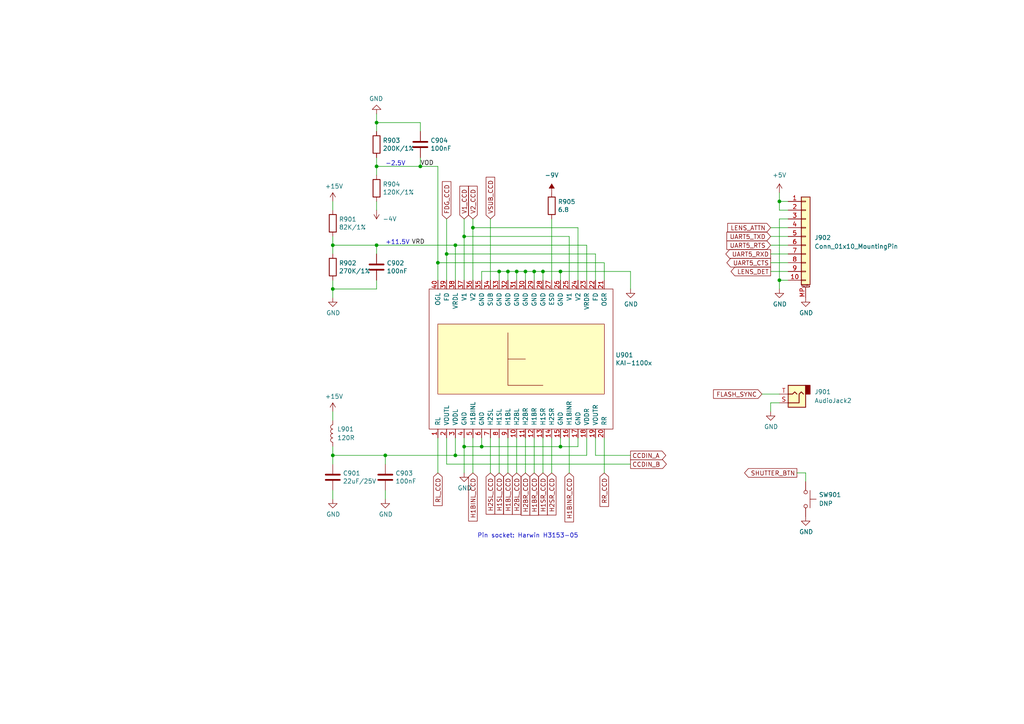
<source format=kicad_sch>
(kicad_sch (version 20211123) (generator eeschema)
  (paper "A4")
  (title_block (title "Sitina 1 Mainboard") (date "2022-04-28") (rev "R0.1") (company "Copyright 2022 Wenting Zhang") (comment 2 "MERCHANTABILITY, SATISFACTORY QUALITY AND FITNESS FOR A PARTICULAR PURPOSE.") (comment 3 "This source is distributed WITHOUT ANY EXPRESS OR IMPLIED WARRANTY, INCLUDING OF") (comment 4 "This source describes Open Hardware and is licensed under the CERN-OHL-P v2."))
  (lib_symbols
    (symbol "Connector:AudioJack2"
      (property "Reference" "J" (at 0 8.89 0))
      (property "Value" "AudioJack2" (at 0 6.35 0))
      (symbol "AudioJack2_0_1"
        (rectangle (start -3.81 0) (end -2.54 -2.54) (stroke (width 0.254)) (fill (type outline)))
        (rectangle (start -2.54 3.81) (end 2.54 -2.54) (stroke (width 0.254)) (fill (type background)))
        (polyline (pts (xy 0 0) (xy 0.635 -0.635) (xy 1.27 0) (xy 2.54 0)) (stroke (width 0.254)))
        (polyline (pts (xy 2.54 2.54) (xy -0.635 2.54) (xy -0.635 0) (xy -1.27 -0.635) (xy -1.905 0)) (stroke (width 0.254)))
      )
      (symbol "AudioJack2_1_1"
        (pin passive line (at 5.08 2.54 180) (length 2.54) (name "~") (number "S"))
        (pin passive line (at 5.08 0 180) (length 2.54) (name "~") (number "T"))
      )
    )
    (symbol "Connector_Generic_MountingPin:Conn_01x10_MountingPin" (pin_names (offset 1.016) hide)
      (property "Reference" "J" (at 0 12.7 0))
      (property "Value" "Conn_01x10_MountingPin" (at 1.27 -15.24 0))
      (symbol "Conn_01x10_MountingPin_1_1"
        (rectangle (start -1.27 -12.573) (end 0 -12.827) (stroke (width 0.1524)))
        (rectangle (start -1.27 -10.033) (end 0 -10.287) (stroke (width 0.1524)))
        (rectangle (start -1.27 -7.493) (end 0 -7.747) (stroke (width 0.1524)))
        (rectangle (start -1.27 -4.953) (end 0 -5.207) (stroke (width 0.1524)))
        (rectangle (start -1.27 -2.413) (end 0 -2.667) (stroke (width 0.1524)))
        (rectangle (start -1.27 0.127) (end 0 -0.127) (stroke (width 0.1524)))
        (rectangle (start -1.27 2.667) (end 0 2.413) (stroke (width 0.1524)))
        (rectangle (start -1.27 5.207) (end 0 4.953) (stroke (width 0.1524)))
        (rectangle (start -1.27 7.747) (end 0 7.493) (stroke (width 0.1524)))
        (rectangle (start -1.27 10.287) (end 0 10.033) (stroke (width 0.1524)))
        (rectangle (start -1.27 11.43) (end 1.27 -13.97) (stroke (width 0.254)) (fill (type background)))
        (polyline (pts (xy -1.016 -14.732) (xy 1.016 -14.732)) (stroke (width 0.1524)))
        (text "Mounting" (at 0 -14.351 0) (effects (font (size 0.381 0.381))))
        (pin passive line (at -5.08 10.16 0) (length 3.81) (name "Pin_1") (number "1"))
        (pin passive line (at -5.08 -12.7 0) (length 3.81) (name "Pin_10") (number "10"))
        (pin passive line (at -5.08 7.62 0) (length 3.81) (name "Pin_2") (number "2"))
        (pin passive line (at -5.08 5.08 0) (length 3.81) (name "Pin_3") (number "3"))
        (pin passive line (at -5.08 2.54 0) (length 3.81) (name "Pin_4") (number "4"))
        (pin passive line (at -5.08 0 0) (length 3.81) (name "Pin_5") (number "5"))
        (pin passive line (at -5.08 -2.54 0) (length 3.81) (name "Pin_6") (number "6"))
        (pin passive line (at -5.08 -5.08 0) (length 3.81) (name "Pin_7") (number "7"))
        (pin passive line (at -5.08 -7.62 0) (length 3.81) (name "Pin_8") (number "8"))
        (pin passive line (at -5.08 -10.16 0) (length 3.81) (name "Pin_9") (number "9"))
        (pin passive line (at 0 -17.78 90) (length 3.048) (name "MountPin") (number "MP"))
      )
    )
    (symbol "Device:C" (pin_numbers hide) (pin_names (offset 0.254))
      (property "Reference" "C" (at 0.635 2.54 0))
      (property "Value" "C" (at 0.635 -2.54 0))
      (symbol "C_0_1"
        (polyline (pts (xy -2.032 -0.762) (xy 2.032 -0.762)) (stroke (width 0.508)))
        (polyline (pts (xy -2.032 0.762) (xy 2.032 0.762)) (stroke (width 0.508)))
      )
      (symbol "C_1_1"
        (pin passive line (at 0 3.81 270) (length 2.794) (name "~") (number "1"))
        (pin passive line (at 0 -3.81 90) (length 2.794) (name "~") (number "2"))
      )
    )
    (symbol "Device:L" (pin_numbers hide) (pin_names (offset 1.016) hide)
      (property "Reference" "L" (at -1.27 0 90))
      (property "Value" "L" (at 1.905 0 90))
      (symbol "L_0_1"
        (arc (start 0 -2.54) (mid 0.635 -1.905) (end 0 -1.27))
        (arc (start 0 -1.27) (mid 0.635 -0.635) (end 0 0))
        (arc (start 0 0) (mid 0.635 0.635) (end 0 1.27))
        (arc (start 0 1.27) (mid 0.635 1.905) (end 0 2.54))
      )
      (symbol "L_1_1"
        (pin passive line (at 0 3.81 270) (length 1.27) (name "1") (number "1"))
        (pin passive line (at 0 -3.81 90) (length 1.27) (name "2") (number "2"))
      )
    )
    (symbol "Device:R" (pin_numbers hide) (pin_names (offset 0))
      (property "Reference" "R" (at 2.032 0 90))
      (property "Value" "R" (at 0 0 90))
      (symbol "R_0_1"
        (rectangle (start -1.016 -2.54) (end 1.016 2.54) (stroke (width 0.254)))
      )
      (symbol "R_1_1"
        (pin passive line (at 0 3.81 270) (length 1.27) (name "~") (number "1"))
        (pin passive line (at 0 -3.81 90) (length 1.27) (name "~") (number "2"))
      )
    )
    (symbol "Sitina:-4V" (power) (pin_names (offset 0))
      (property "Value" "-4V" (at 0 3.556 0))
      (symbol "-4V_0_1"
        (polyline (pts (xy -0.762 1.27) (xy 0 2.54)))
        (polyline (pts (xy 0 0) (xy 0 2.54)))
        (polyline (pts (xy 0 2.54) (xy 0.762 1.27)))
      )
      (symbol "-4V_1_1"
        (pin power_in line (at 0 0 90) (length 0) hide (name "-4V") (number "1"))
      )
    )
    (symbol "Sitina:KAI-1100x" (pin_names (offset 1.016))
      (property "Reference" "U" (at 0 0 0))
      (property "Value" "KAI-1100x" (at 0 -2.54 0))
      (symbol "KAI-1100x_0_1"
        (rectangle (start -22.86 -22.86) (end 25.4 -43.18) (fill (type background)))
        (polyline (pts (xy 2.54 -33.02) (xy -2.54 -33.02)) (fill (type background)))
        (polyline (pts (xy 7.62 -40.64) (xy -2.54 -40.64) (xy -2.54 -25.4)) (fill (type background)))
        (rectangle (start 27.94 -53.34) (end -25.4 -12.7))
      )
      (symbol "KAI-1100x_1_1"
        (pin input line (at -22.86 -55.88 90) (length 2.54) (name "RL") (number "1"))
        (pin input line (at 0 -55.88 90) (length 2.54) (name "H2BL") (number "10"))
        (pin input line (at 2.54 -55.88 90) (length 2.54) (name "H2BR") (number "11"))
        (pin input line (at 5.08 -55.88 90) (length 2.54) (name "H1BR") (number "12"))
        (pin input line (at 7.62 -55.88 90) (length 2.54) (name "H1SR") (number "13"))
        (pin input line (at 10.16 -55.88 90) (length 2.54) (name "H2SR") (number "14"))
        (pin input line (at 12.7 -55.88 90) (length 2.54) (name "GND") (number "15"))
        (pin input line (at 15.24 -55.88 90) (length 2.54) (name "H1BINR") (number "16"))
        (pin input line (at 17.78 -55.88 90) (length 2.54) (name "GND") (number "17"))
        (pin input line (at 20.32 -55.88 90) (length 2.54) (name "VDDR") (number "18"))
        (pin input line (at 22.86 -55.88 90) (length 2.54) (name "VOUTR") (number "19"))
        (pin input line (at -20.32 -55.88 90) (length 2.54) (name "VOUTL") (number "2"))
        (pin input line (at 25.4 -55.88 90) (length 2.54) (name "RR") (number "20"))
        (pin input line (at 25.4 -10.16 270) (length 2.54) (name "OGR") (number "21"))
        (pin input line (at 22.86 -10.16 270) (length 2.54) (name "FD") (number "22"))
        (pin input line (at 20.32 -10.16 270) (length 2.54) (name "VRDR") (number "23"))
        (pin input line (at 17.78 -10.16 270) (length 2.54) (name "V2") (number "24"))
        (pin input line (at 15.24 -10.16 270) (length 2.54) (name "V1") (number "25"))
        (pin input line (at 12.7 -10.16 270) (length 2.54) (name "GND") (number "26"))
        (pin input line (at 10.16 -10.16 270) (length 2.54) (name "ESD") (number "27"))
        (pin input line (at 7.62 -10.16 270) (length 2.54) (name "GND") (number "28"))
        (pin input line (at 5.08 -10.16 270) (length 2.54) (name "GND") (number "29"))
        (pin input line (at -17.78 -55.88 90) (length 2.54) (name "VDDL") (number "3"))
        (pin input line (at 2.54 -10.16 270) (length 2.54) (name "GND") (number "30"))
        (pin input line (at 0 -10.16 270) (length 2.54) (name "GND") (number "31"))
        (pin input line (at -2.54 -10.16 270) (length 2.54) (name "GND") (number "32"))
        (pin input line (at -5.08 -10.16 270) (length 2.54) (name "GND") (number "33"))
        (pin input line (at -7.62 -10.16 270) (length 2.54) (name "SUB") (number "34"))
        (pin input line (at -10.16 -10.16 270) (length 2.54) (name "GND") (number "35"))
        (pin input line (at -12.7 -10.16 270) (length 2.54) (name "V2") (number "36"))
        (pin input line (at -15.24 -10.16 270) (length 2.54) (name "V1") (number "37"))
        (pin input line (at -17.78 -10.16 270) (length 2.54) (name "VRDL") (number "38"))
        (pin input line (at -20.32 -10.16 270) (length 2.54) (name "FD") (number "39"))
        (pin input line (at -15.24 -55.88 90) (length 2.54) (name "GND") (number "4"))
        (pin input line (at -22.86 -10.16 270) (length 2.54) (name "OGL") (number "40"))
        (pin input line (at -12.7 -55.88 90) (length 2.54) (name "H1BINL") (number "5"))
        (pin input line (at -10.16 -55.88 90) (length 2.54) (name "GND") (number "6"))
        (pin input line (at -7.62 -55.88 90) (length 2.54) (name "H2SL") (number "7"))
        (pin input line (at -5.08 -55.88 90) (length 2.54) (name "H1SL") (number "8"))
        (pin input line (at -2.54 -55.88 90) (length 2.54) (name "H1BL") (number "9"))
      )
    )
    (symbol "Switch:SW_Push" (pin_numbers hide) (pin_names (offset 1.016) hide)
      (property "Reference" "SW" (at 1.27 2.54 0))
      (property "Value" "SW_Push" (at 0 -1.524 0))
      (symbol "SW_Push_0_1"
        (circle (center -2.032 0) (radius 0.508))
        (polyline (pts (xy 0 1.27) (xy 0 3.048)))
        (polyline (pts (xy 2.54 1.27) (xy -2.54 1.27)))
        (circle (center 2.032 0) (radius 0.508))
        (pin passive line (at -5.08 0 0) (length 2.54) (name "1") (number "1"))
        (pin passive line (at 5.08 0 180) (length 2.54) (name "2") (number "2"))
      )
    )
    (symbol "power:+15V" (power) (pin_names (offset 0))
      (property "Value" "+15V" (at 0 3.556 0))
      (symbol "+15V_0_1"
        (polyline (pts (xy -0.762 1.27) (xy 0 2.54)))
        (polyline (pts (xy 0 0) (xy 0 2.54)))
        (polyline (pts (xy 0 2.54) (xy 0.762 1.27)))
      )
      (symbol "+15V_1_1"
        (pin power_in line (at 0 0 90) (length 0) hide (name "+15V") (number "1"))
      )
    )
    (symbol "power:+5V" (power) (pin_names (offset 0))
      (property "Value" "+5V" (at 0 3.556 0))
      (symbol "+5V_0_1"
        (polyline (pts (xy -0.762 1.27) (xy 0 2.54)))
        (polyline (pts (xy 0 0) (xy 0 2.54)))
        (polyline (pts (xy 0 2.54) (xy 0.762 1.27)))
      )
      (symbol "+5V_1_1"
        (pin power_in line (at 0 0 90) (length 0) hide (name "+5V") (number "1"))
      )
    )
    (symbol "power:-9V" (power) (pin_names (offset 0))
      (property "Value" "-9V" (at 0 3.81 0))
      (symbol "-9V_0_1"
        (polyline (pts (xy 0 0) (xy 0 2.54)))
        (polyline (pts (xy 0.762 1.27) (xy -0.762 1.27) (xy 0 2.54) (xy 0.762 1.27)) (fill (type outline)))
      )
      (symbol "-9V_1_1"
        (pin power_in line (at 0 0 90) (length 0) hide (name "-9V") (number "1"))
      )
    )
    (symbol "power:GND" (power) (pin_names (offset 0))
      (property "Value" "GND" (at 0 -3.81 0))
      (symbol "GND_0_1"
        (polyline (pts (xy 0 0) (xy 0 -1.27) (xy 1.27 -1.27) (xy 0 -2.54) (xy -1.27 -1.27) (xy 0 -1.27)))
      )
      (symbol "GND_1_1"
        (pin power_in line (at 0 0 270) (length 0) hide (name "GND") (number "1"))
      )
    )
  )
  (junction (at 154.94 78.74) (diameter 0.9144))
  (junction (at 132.08 71.12) (diameter 0.9144))
  (junction (at 129.54 73.66) (diameter 0.9144))
  (junction (at 127 76.2) (diameter 0.9144))
  (junction (at 139.7 129.54) (diameter 0.9144))
  (junction (at 109.22 71.12))
  (junction (at 162.56 78.74) (diameter 0.9144))
  (junction (at 132.08 132.08) (diameter 0.9144))
  (junction (at 109.22 35.56))
  (junction (at 162.56 129.54) (diameter 0.9144))
  (junction (at 109.22 48.26) (diameter 0.9144))
  (junction (at 134.62 129.54) (diameter 0.9144))
  (junction (at 226.06 81.28))
  (junction (at 144.78 78.74) (diameter 0.9144))
  (junction (at 137.16 66.04) (diameter 0.9144))
  (junction (at 96.52 71.12) (diameter 0.9144))
  (junction (at 96.52 83.82))
  (junction (at 149.86 78.74) (diameter 0.9144))
  (junction (at 157.48 78.74) (diameter 0.9144))
  (junction (at 152.4 78.74) (diameter 0.9144))
  (junction (at 134.62 68.58) (diameter 0.9144))
  (junction (at 111.76 132.08))
  (junction (at 226.06 58.42))
  (junction (at 121.92 48.26))
  (junction (at 96.52 132.08))
  (junction (at 147.32 78.74) (diameter 0.9144))
  (wire (pts (xy 157.48 78.74) (xy 154.94 78.74)))
  (wire (pts (xy 226.06 58.42) (xy 228.6 58.42)))
  (wire (pts (xy 137.16 63.5) (xy 137.16 66.04)))
  (wire (pts (xy 226.06 63.5) (xy 226.06 81.28)))
  (wire (pts (xy 142.24 63.5) (xy 142.24 81.28)))
  (wire (pts (xy 223.52 76.2) (xy 228.6 76.2)))
  (wire (pts (xy 228.6 81.28) (xy 226.06 81.28)))
  (wire (pts (xy 121.92 48.26) (xy 127 48.26)))
  (wire (pts (xy 96.52 86.36) (xy 96.52 83.82)))
  (wire (pts (xy 96.52 129.54) (xy 96.52 132.08)))
  (wire (pts (xy 144.78 137.16) (xy 144.78 127)))
  (wire (pts (xy 139.7 129.54) (xy 162.56 129.54)))
  (wire (pts (xy 109.22 35.56) (xy 121.92 35.56)))
  (wire (pts (xy 228.6 60.96) (xy 226.06 60.96)))
  (wire (pts (xy 96.52 142.24) (xy 96.52 144.78)))
  (wire (pts (xy 162.56 127) (xy 162.56 129.54)))
  (wire (pts (xy 226.06 60.96) (xy 226.06 58.42)))
  (wire (pts (xy 223.52 73.66) (xy 228.6 73.66)))
  (wire (pts (xy 170.18 81.28) (xy 170.18 71.12)))
  (wire (pts (xy 142.24 137.16) (xy 142.24 127)))
  (wire (pts (xy 137.16 137.16) (xy 137.16 127)))
  (wire (pts (xy 157.48 78.74) (xy 162.56 78.74)))
  (wire (pts (xy 96.52 81.28) (xy 96.52 83.82)))
  (wire (pts (xy 144.78 81.28) (xy 144.78 78.74)))
  (wire (pts (xy 172.72 132.08) (xy 182.88 132.08)))
  (wire (pts (xy 228.6 63.5) (xy 226.06 63.5)))
  (wire (pts (xy 147.32 137.16) (xy 147.32 127)))
  (wire (pts (xy 129.54 63.5) (xy 129.54 73.66)))
  (wire (pts (xy 149.86 78.74) (xy 147.32 78.74)))
  (wire (pts (xy 167.64 129.54) (xy 167.64 127)))
  (wire (pts (xy 96.52 73.66) (xy 96.52 71.12)))
  (wire (pts (xy 139.7 127) (xy 139.7 129.54)))
  (wire (pts (xy 109.22 50.8) (xy 109.22 48.26)))
  (wire (pts (xy 152.4 81.28) (xy 152.4 78.74)))
  (wire (pts (xy 233.68 137.16) (xy 233.68 139.7)))
  (wire (pts (xy 152.4 78.74) (xy 149.86 78.74)))
  (wire (pts (xy 172.72 127) (xy 172.72 132.08)))
  (wire (pts (xy 231.14 137.16) (xy 233.68 137.16)))
  (wire (pts (xy 109.22 45.72) (xy 109.22 48.26)))
  (wire (pts (xy 182.88 78.74) (xy 182.88 83.82)))
  (wire (pts (xy 223.52 116.84) (xy 223.52 119.38)))
  (wire (pts (xy 162.56 78.74) (xy 182.88 78.74)))
  (wire (pts (xy 147.32 81.28) (xy 147.32 78.74)))
  (wire (pts (xy 223.52 78.74) (xy 228.6 78.74)))
  (wire (pts (xy 170.18 127) (xy 170.18 132.08)))
  (wire (pts (xy 226.06 81.28) (xy 226.06 83.82)))
  (wire (pts (xy 96.52 132.08) (xy 111.76 132.08)))
  (wire (pts (xy 147.32 78.74) (xy 144.78 78.74)))
  (wire (pts (xy 175.26 137.16) (xy 175.26 127)))
  (wire (pts (xy 134.62 129.54) (xy 134.62 137.16)))
  (wire (pts (xy 111.76 142.24) (xy 111.76 144.78)))
  (wire (pts (xy 157.48 137.16) (xy 157.48 127)))
  (wire (pts (xy 172.72 73.66) (xy 172.72 81.28)))
  (wire (pts (xy 127 48.26) (xy 127 76.2)))
  (wire (pts (xy 96.52 71.12) (xy 109.22 71.12)))
  (wire (pts (xy 134.62 129.54) (xy 139.7 129.54)))
  (wire (pts (xy 121.92 45.72) (xy 121.92 48.26)))
  (wire (pts (xy 109.22 73.66) (xy 109.22 71.12)))
  (wire (pts (xy 134.62 63.5) (xy 134.62 68.58)))
  (wire (pts (xy 226.06 55.88) (xy 226.06 58.42)))
  (wire (pts (xy 220.98 114.3) (xy 226.06 114.3)))
  (wire (pts (xy 165.1 68.58) (xy 165.1 81.28)))
  (wire (pts (xy 109.22 60.96) (xy 109.22 58.42)))
  (wire (pts (xy 223.52 68.58) (xy 228.6 68.58)))
  (wire (pts (xy 137.16 66.04) (xy 167.64 66.04)))
  (wire (pts (xy 223.52 71.12) (xy 228.6 71.12)))
  (wire (pts (xy 109.22 71.12) (xy 132.08 71.12)))
  (wire (pts (xy 129.54 73.66) (xy 172.72 73.66)))
  (wire (pts (xy 170.18 71.12) (xy 132.08 71.12)))
  (wire (pts (xy 111.76 132.08) (xy 132.08 132.08)))
  (wire (pts (xy 96.52 132.08) (xy 96.52 134.62)))
  (wire (pts (xy 121.92 38.1) (xy 121.92 35.56)))
  (wire (pts (xy 134.62 127) (xy 134.62 129.54)))
  (wire (pts (xy 109.22 35.56) (xy 109.22 38.1)))
  (wire (pts (xy 167.64 66.04) (xy 167.64 81.28)))
  (wire (pts (xy 165.1 137.16) (xy 165.1 127)))
  (wire (pts (xy 127 76.2) (xy 127 81.28)))
  (wire (pts (xy 137.16 66.04) (xy 137.16 81.28)))
  (wire (pts (xy 154.94 78.74) (xy 152.4 78.74)))
  (wire (pts (xy 132.08 81.28) (xy 132.08 71.12)))
  (wire (pts (xy 162.56 129.54) (xy 167.64 129.54)))
  (wire (pts (xy 109.22 81.28) (xy 109.22 83.82)))
  (wire (pts (xy 132.08 132.08) (xy 132.08 127)))
  (wire (pts (xy 170.18 132.08) (xy 132.08 132.08)))
  (wire (pts (xy 129.54 127) (xy 129.54 134.62)))
  (wire (pts (xy 96.52 83.82) (xy 109.22 83.82)))
  (wire (pts (xy 109.22 33.02) (xy 109.22 35.56)))
  (wire (pts (xy 111.76 132.08) (xy 111.76 134.62)))
  (wire (pts (xy 157.48 81.28) (xy 157.48 78.74)))
  (wire (pts (xy 139.7 78.74) (xy 144.78 78.74)))
  (wire (pts (xy 129.54 134.62) (xy 182.88 134.62)))
  (wire (pts (xy 96.52 119.38) (xy 96.52 121.92)))
  (wire (pts (xy 127 137.16) (xy 127 127)))
  (wire (pts (xy 109.22 48.26) (xy 121.92 48.26)))
  (wire (pts (xy 154.94 137.16) (xy 154.94 127)))
  (wire (pts (xy 129.54 73.66) (xy 129.54 81.28)))
  (wire (pts (xy 152.4 137.16) (xy 152.4 127)))
  (wire (pts (xy 149.86 81.28) (xy 149.86 78.74)))
  (wire (pts (xy 223.52 66.04) (xy 228.6 66.04)))
  (wire (pts (xy 149.86 137.16) (xy 149.86 127)))
  (wire (pts (xy 175.26 76.2) (xy 127 76.2)))
  (wire (pts (xy 160.02 137.16) (xy 160.02 127)))
  (wire (pts (xy 154.94 81.28) (xy 154.94 78.74)))
  (wire (pts (xy 160.02 81.28) (xy 160.02 63.5)))
  (wire (pts (xy 226.06 116.84) (xy 223.52 116.84)))
  (wire (pts (xy 96.52 58.42) (xy 96.52 60.96)))
  (wire (pts (xy 175.26 81.28) (xy 175.26 76.2)))
  (wire (pts (xy 162.56 81.28) (xy 162.56 78.74)))
  (wire (pts (xy 139.7 78.74) (xy 139.7 81.28)))
  (wire (pts (xy 134.62 68.58) (xy 165.1 68.58)))
  (wire (pts (xy 134.62 68.58) (xy 134.62 81.28)))
  (wire (pts (xy 96.52 68.58) (xy 96.52 71.12)))
  (text "+11.5V" (at 111.76 71.12 0) (effects (font (size 1.27 1.27)) (justify left bottom)))
  (text "-2.5V" (at 111.76 48.26 0) (effects (font (size 1.27 1.27)) (justify left bottom)))
  (text "Pin socket: Harwin H3153-05" (at 138.43 156.21 0) (effects (font (size 1.27 1.27)) (justify left bottom)))
  (label "VRD" (at 119.38 71.12 0))
  (label "VOD" (at 121.92 48.26 0))
  (global_label "VSUB_CCD" (shape input) (at 142.24 63.5 90) (property "Intersheet References" "${INTERSHEET_REFS}" (effects hide)))
  (global_label "H2BL_CCD" (shape input) (at 149.86 137.16 270) (property "Intersheet References" "${INTERSHEET_REFS}" (effects hide)))
  (global_label "H1SL_CCD" (shape input) (at 144.78 137.16 270) (property "Intersheet References" "${INTERSHEET_REFS}" (effects hide)))
  (global_label "H1BINR_CCD" (shape input) (at 165.1 137.16 270) (property "Intersheet References" "${INTERSHEET_REFS}" (effects hide)))
  (global_label "UART5_RXD" (shape output) (at 223.52 73.66 180) (property "Intersheet References" "${INTERSHEET_REFS}" (effects hide)))
  (global_label "H1BINL_CCD" (shape input) (at 137.16 137.16 270) (property "Intersheet References" "${INTERSHEET_REFS}" (effects hide)))
  (global_label "H1BL_CCD" (shape input) (at 147.32 137.16 270) (property "Intersheet References" "${INTERSHEET_REFS}" (effects hide)))
  (global_label "RL_CCD" (shape input) (at 127 137.16 270) (property "Intersheet References" "${INTERSHEET_REFS}" (effects hide)))
  (global_label "RR_CCD" (shape input) (at 175.26 137.16 270) (property "Intersheet References" "${INTERSHEET_REFS}" (effects hide)))
  (global_label "H2BR_CCD" (shape input) (at 152.4 137.16 270) (property "Intersheet References" "${INTERSHEET_REFS}" (effects hide)))
  (global_label "LENS_DET" (shape output) (at 223.52 78.74 180) (property "Intersheet References" "${INTERSHEET_REFS}" (effects hide)))
  (global_label "H2SL_CCD" (shape input) (at 142.24 137.16 270) (property "Intersheet References" "${INTERSHEET_REFS}" (effects hide)))
  (global_label "LENS_ATTN" (shape input) (at 223.52 66.04 180) (property "Intersheet References" "${INTERSHEET_REFS}" (effects hide)))
  (global_label "H1SR_CCD" (shape input) (at 157.48 137.16 270) (property "Intersheet References" "${INTERSHEET_REFS}" (effects hide)))
  (global_label "H2SR_CCD" (shape input) (at 160.02 137.16 270) (property "Intersheet References" "${INTERSHEET_REFS}" (effects hide)))
  (global_label "UART5_TXD" (shape input) (at 223.52 68.58 180) (property "Intersheet References" "${INTERSHEET_REFS}" (effects hide)))
  (global_label "UART5_CTS" (shape output) (at 223.52 76.2 180) (property "Intersheet References" "${INTERSHEET_REFS}" (effects hide)))
  (global_label "CCDIN_A" (shape output) (at 182.88 132.08 0) (property "Intersheet References" "${INTERSHEET_REFS}" (effects hide)))
  (global_label "UART5_RTS" (shape input) (at 223.52 71.12 180) (property "Intersheet References" "${INTERSHEET_REFS}" (effects hide)))
  (global_label "CCDIN_B" (shape output) (at 182.88 134.62 0) (property "Intersheet References" "${INTERSHEET_REFS}" (effects hide)))
  (global_label "SHUTTER_BTN" (shape output) (at 231.14 137.16 180) (property "Intersheet References" "${INTERSHEET_REFS}" (effects hide)))
  (global_label "FDG_CCD" (shape input) (at 129.54 63.5 90) (property "Intersheet References" "${INTERSHEET_REFS}" (effects hide)))
  (global_label "V1_CCD" (shape input) (at 134.62 63.5 90) (property "Intersheet References" "${INTERSHEET_REFS}" (effects hide)))
  (global_label "FLASH_SYNC" (shape input) (at 220.98 114.3 180) (property "Intersheet References" "${INTERSHEET_REFS}" (effects hide)))
  (global_label "V2_CCD" (shape input) (at 137.16 63.5 90) (property "Intersheet References" "${INTERSHEET_REFS}" (effects hide)))
  (global_label "H1BR_CCD" (shape input) (at 154.94 137.16 270) (property "Intersheet References" "${INTERSHEET_REFS}" (effects hide)))
  (symbol (lib_id "power:GND") (at 134.62 137.16 0) (unit 1)
    (property "Reference" "#PWR0908" (effects hide))
    (property "Value" "GND" (at 134.747 141.5542 0))
  )
  (symbol (lib_id "power:GND") (at 226.06 83.82 0) (unit 1)
    (property "Reference" "#PWR0913" (effects hide))
    (property "Value" "GND" (at 226.187 88.2142 0))
  )
  (symbol (lib_id "Connector:AudioJack2") (at 231.14 114.3 180) (unit 1)
    (property "Reference" "J901" (at 236.22 113.6649 0) (effects (justify right)))
    (property "Value" "AudioJack2" (at 236.22 116.2049 0) (effects (justify right)))
    (property "Footprint" "footprints:Jack_2.5mm_PJ_210A" (effects hide))
  )
  (symbol (lib_id "Device:L") (at 96.52 125.73 180) (unit 1)
    (property "Reference" "L901" (at 97.79 124.4599 0) (effects (justify right)))
    (property "Value" "120R" (at 97.79 126.9999 0) (effects (justify right)))
    (property "Footprint" "Inductor_SMD:L_0603_1608Metric" (effects hide))
  )
  (symbol (lib_id "power:GND") (at 223.52 119.38 0) (unit 1)
    (property "Reference" "#PWR0911" (effects hide))
    (property "Value" "GND" (at 223.647 123.7742 0))
  )
  (symbol (lib_id "Switch:SW_Push") (at 233.68 144.78 270) (unit 1)
    (property "Reference" "SW901" (at 237.49 143.5099 90) (effects (justify left)))
    (property "Value" "DNP" (at 237.49 146.0499 90) (effects (justify left)))
    (property "Footprint" "footprints:MXOnly-1U-NoLED" (effects hide))
  )
  (symbol (lib_id "power:GND") (at 233.68 149.86 0) (unit 1)
    (property "Reference" "#PWR0108" (effects hide))
    (property "Value" "GND" (at 233.807 154.2542 0))
  )
  (symbol (lib_id "Device:R") (at 96.52 64.77 0) (unit 1)
    (property "Reference" "R901" (at 98.298 63.6016 0) (effects (justify left)))
    (property "Value" "82K/1%" (at 98.298 65.913 0) (effects (justify left)))
    (property "Footprint" "Resistor_SMD:R_0402_1005Metric" (effects hide))
  )
  (symbol (lib_id "Device:R") (at 109.22 41.91 0) (unit 1)
    (property "Reference" "R903" (at 110.998 40.7416 0) (effects (justify left)))
    (property "Value" "200K/1%" (at 110.998 43.053 0) (effects (justify left)))
    (property "Footprint" "Resistor_SMD:R_0402_1005Metric" (effects hide))
  )
  (symbol (lib_id "power:GND") (at 182.88 83.82 0) (unit 1)
    (property "Reference" "#PWR0910" (effects hide))
    (property "Value" "GND" (at 183.007 88.2142 0))
  )
  (symbol (lib_id "power:GND") (at 96.52 86.36 0) (unit 1)
    (property "Reference" "#PWR0902" (effects hide))
    (property "Value" "GND" (at 96.647 90.7542 0))
  )
  (symbol (lib_id "Device:C") (at 109.22 77.47 0) (unit 1)
    (property "Reference" "C902" (at 112.141 76.3016 0) (effects (justify left)))
    (property "Value" "100nF" (at 112.141 78.613 0) (effects (justify left)))
    (property "Footprint" "Capacitor_SMD:C_0402_1005Metric" (effects hide))
  )
  (symbol (lib_id "power:+15V") (at 96.52 58.42 0) (unit 1)
    (property "Reference" "#PWR0901" (effects hide))
    (property "Value" "+15V" (at 96.901 54.0258 0))
  )
  (symbol (lib_id "power:GND") (at 233.68 86.36 0) (unit 1)
    (property "Reference" "#PWR0914" (effects hide))
    (property "Value" "GND" (at 233.807 90.7542 0))
  )
  (symbol (lib_id "Device:R") (at 109.22 54.61 0) (unit 1)
    (property "Reference" "R904" (at 110.998 53.4416 0) (effects (justify left)))
    (property "Value" "120K/1%" (at 110.998 55.753 0) (effects (justify left)))
    (property "Footprint" "Resistor_SMD:R_0402_1005Metric" (effects hide))
  )
  (symbol (lib_id "Device:C") (at 111.76 138.43 0) (unit 1)
    (property "Reference" "C903" (at 114.681 137.2616 0) (effects (justify left)))
    (property "Value" "100nF" (at 114.681 139.573 0) (effects (justify left)))
    (property "Footprint" "Capacitor_SMD:C_0402_1005Metric" (effects hide))
  )
  (symbol (lib_id "Device:R") (at 96.52 77.47 0) (unit 1)
    (property "Reference" "R902" (at 98.298 76.3016 0) (effects (justify left)))
    (property "Value" "270K/1%" (at 98.298 78.613 0) (effects (justify left)))
    (property "Footprint" "Resistor_SMD:R_0402_1005Metric" (effects hide))
  )
  (symbol (lib_id "Sitina:KAI-1100x") (at 149.86 71.12 0) (unit 1)
    (property "Reference" "U901" (at 178.5112 102.9716 0) (effects (justify left)))
    (property "Value" "KAI-1100x" (at 178.5112 105.283 0) (effects (justify left)))
    (property "Footprint" "footprints:KAI-1100X" (effects hide))
  )
  (symbol (lib_id "power:GND") (at 96.52 144.78 0) (unit 1)
    (property "Reference" "#PWR0904" (effects hide))
    (property "Value" "GND" (at 96.647 149.1742 0))
  )
  (symbol (lib_id "Connector_Generic_MountingPin:Conn_01x10_MountingPin") (at 233.68 68.58 0) (unit 1)
    (property "Reference" "J902" (at 236.22 68.9355 0) (effects (justify left)))
    (property "Value" "Conn_01x10_MountingPin" (at 236.22 71.4755 0) (effects (justify left)))
    (property "Footprint" "Connector_FFC-FPC:Hirose_FH12-10S-0.5SH_1x10-1MP_P0.50mm_Horizontal" (effects hide))
  )
  (symbol (lib_id "Device:C") (at 96.52 138.43 0) (unit 1)
    (property "Reference" "C901" (at 99.441 137.2616 0) (effects (justify left)))
    (property "Value" "22uF/25V" (at 99.441 139.573 0) (effects (justify left)))
    (property "Footprint" "Capacitor_SMD:C_0805_2012Metric" (effects hide))
  )
  (symbol (lib_id "power:+5V") (at 226.06 55.88 0) (unit 1)
    (property "Reference" "#PWR0912" (effects hide))
    (property "Value" "+5V" (at 226.06 50.8 0))
  )
  (symbol (lib_id "power:GND") (at 111.76 144.78 0) (unit 1)
    (property "Reference" "#PWR0907" (effects hide))
    (property "Value" "GND" (at 111.887 149.1742 0))
  )
  (symbol (lib_id "power:+15V") (at 96.52 119.38 0) (unit 1)
    (property "Reference" "#PWR0903" (effects hide))
    (property "Value" "+15V" (at 96.901 114.9858 0))
  )
  (symbol (lib_id "Sitina:-4V") (at 109.22 60.96 180) (unit 1)
    (property "Reference" "#PWR0906" (effects hide))
    (property "Value" "-4V" (at 113.03 63.5 0))
  )
  (symbol (lib_id "power:-9V") (at 160.02 55.88 0) (unit 1)
    (property "Reference" "#PWR0909" (effects hide))
    (property "Value" "-9V" (at 160.02 50.8 0))
  )
  (symbol (lib_id "power:GND") (at 109.22 33.02 180) (unit 1)
    (property "Reference" "#PWR0905" (effects hide))
    (property "Value" "GND" (at 109.093 28.6258 0))
  )
  (symbol (lib_id "Device:R") (at 160.02 59.69 0) (unit 1)
    (property "Reference" "R905" (at 161.798 58.5216 0) (effects (justify left)))
    (property "Value" "6.8" (at 161.798 60.833 0) (effects (justify left)))
    (property "Footprint" "Resistor_SMD:R_0402_1005Metric" (effects hide))
  )
  (symbol (lib_id "Device:C") (at 121.92 41.91 0) (unit 1)
    (property "Reference" "C904" (at 124.841 40.7416 0) (effects (justify left)))
    (property "Value" "100nF" (at 124.841 43.053 0) (effects (justify left)))
    (property "Footprint" "Capacitor_SMD:C_0402_1005Metric" (effects hide))
  )
)
</source>
